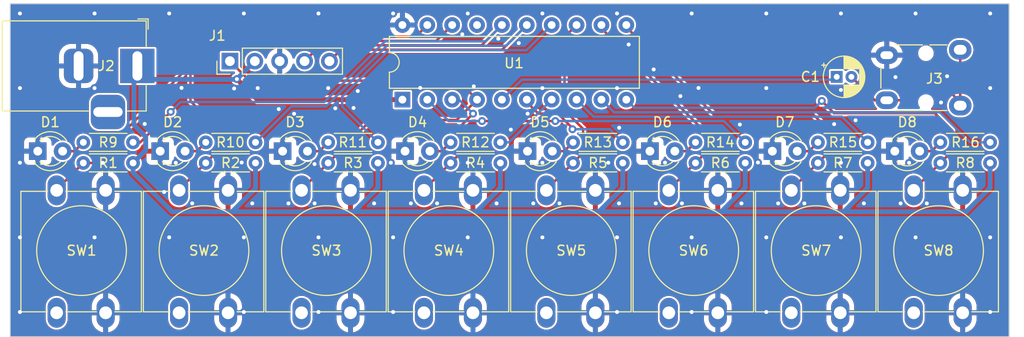
<source format=kicad_pcb>
(kicad_pcb (version 20221018) (generator pcbnew)
  (layers (0 "F.Cu" signal) (31 "B.Cu" signal) (34 "B.Paste" user) (35 "F.Paste" user) (36 "B.SilkS" user "B.Silkscreen") (37 "F.SilkS" user "F.Silkscreen") (38 "B.Mask" user) (39 "F.Mask" user) (44 "Edge.Cuts" user))
  (net 0 "")
  (net 1 "AUDIO_OUTPUT")
  (net 2 "Net-(C1-Pad2)")
  (net 3 "GND")
  (net 4 "Net-(D1-A)")
  (net 5 "Net-(D2-A)")
  (net 6 "Net-(D3-A)")
  (net 7 "Net-(D4-A)")
  (net 8 "Net-(D5-A)")
  (net 9 "Net-(D6-A)")
  (net 10 "Net-(D7-A)")
  (net 11 "Net-(D8-A)")
  (net 12 "+5V")
  (net 13 "KEY_E")
  (net 14 "/ICSPDAT")
  (net 15 "/ICSPCLK")
  (net 16 "KEY_C")
  (net 17 "KEY_D")
  (net 18 "KEY_F")
  (net 19 "KEY_G")
  (net 20 "KEY_A")
  (net 21 "KEY_B")
  (net 22 "KEY_C_H")
  (net 23 "Net-(U1-C2IN2-{slash}C1IN2-{slash}DACOUT1{slash}AN6{slash}RC2)")
  (net 24 "Net-(U1-CLKR{slash}C1IN3-{slash}C2IN3-{slash}DACOUT2{slash}AN7{slash}RC3)")
  (net 25 "Net-(U1-CWG1B{slash}C1OUT{slash}C2OUT{slash}RC4)")
  (net 26 "Net-(U1-~{SS}{slash}PWM2{slash}AN8{slash}RC6)")
  (net 27 "Net-(U1-SDO{slash}AN9{slash}RC7)")
  (net 29 "/LED6")
  (footprint "Resistor_THT:R_Axial_DIN0204_L3.6mm_D1.6mm_P5.08mm_Horizontal" (layer "F.Cu") (at 141.55 102.16 180)
    (fp_text reference "R13" (at 2.55 0) (layer "F.SilkS"))
    (fp_text value "R")
    (pad "1" thru_hole circle (at 0 0 180) (size 1.4 1.4) (drill 0.7) (layers "*.Cu" "*.Mask") (net 25 "Net-(U1-CWG1B{slash}C1OUT{slash}C2OUT{slash}RC4)"))
    (pad "2" thru_hole oval (at 5.08 0 180) (size 1.4 1.4) (drill 0.7) (layers "*.Cu" "*.Mask") (net 8 "Net-(D5-A)"))
  )
  (footprint "Resistor_THT:R_Axial_DIN0204_L3.6mm_D1.6mm_P5.08mm_Horizontal" (layer "F.Cu") (at 166.55 102.16 180)
    (fp_text reference "R15" (at 2.52 0) (layer "F.SilkS"))
    (fp_text value "R")
    (pad "1" thru_hole circle (at 0 0 180) (size 1.4 1.4) (drill 0.7) (layers "*.Cu" "*.Mask") (net 26 "Net-(U1-~{SS}{slash}PWM2{slash}AN8{slash}RC6)"))
    (pad "2" thru_hole oval (at 5.08 0 180) (size 1.4 1.4) (drill 0.7) (layers "*.Cu" "*.Mask") (net 10 "Net-(D7-A)"))
  )
  (footprint "Resistor_THT:R_Axial_DIN0204_L3.6mm_D1.6mm_P5.08mm_Horizontal" (layer "F.Cu") (at 91.55 102.16 180)
    (fp_text reference "R9" (at 2.54 0) (layer "F.SilkS"))
    (fp_text value "R")
    (pad "1" thru_hole circle (at 0 0 180) (size 1.4 1.4) (drill 0.7) (layers "*.Cu" "*.Mask") (net 14 "/ICSPDAT"))
    (pad "2" thru_hole oval (at 5.08 0 180) (size 1.4 1.4) (drill 0.7) (layers "*.Cu" "*.Mask") (net 4 "Net-(D1-A)"))
  )
  (footprint "Resistor_THT:R_Axial_DIN0204_L3.6mm_D1.6mm_P5.08mm_Horizontal" (layer "F.Cu") (at 129.05 102.16 180)
    (fp_text reference "R12" (at 2.55 0) (layer "F.SilkS"))
    (fp_text value "R")
    (pad "1" thru_hole circle (at 0 0 180) (size 1.4 1.4) (drill 0.7) (layers "*.Cu" "*.Mask") (net 24 "Net-(U1-CLKR{slash}C1IN3-{slash}C2IN3-{slash}DACOUT2{slash}AN7{slash}RC3)"))
    (pad "2" thru_hole oval (at 5.08 0 180) (size 1.4 1.4) (drill 0.7) (layers "*.Cu" "*.Mask") (net 7 "Net-(D4-A)"))
  )
  (footprint "Button_Switch_THT:SW_PUSH-12mm" (layer "F.Cu") (at 121.25 119.56 90)
    (fp_text reference "SW4" (at 6.35 2.54 180) (layer "F.SilkS"))
    (fp_text value "SW_SPST")
    (pad "1" thru_hole oval (at 0 0 90) (size 3.048 1.85) (drill 1.3) (layers "*.Cu" "*.Mask") (net 18 "KEY_F"))
    (pad "1" thru_hole oval (at 12.5 0 90) (size 3.048 1.85) (drill 1.3) (layers "*.Cu" "*.Mask") (net 18 "KEY_F"))
    (pad "2" thru_hole oval (at 0 5 90) (size 3.048 1.85) (drill 1.3) (layers "*.Cu" "*.Mask") (net 3 "GND"))
    (pad "2" thru_hole oval (at 12.5 5 90) (size 3.048 1.85) (drill 1.3) (layers "*.Cu" "*.Mask") (net 3 "GND"))
  )
  (footprint "Resistor_THT:R_Axial_DIN0204_L3.6mm_D1.6mm_P5.08mm_Horizontal" (layer "F.Cu") (at 129.05 104.26 180)
    (fp_text reference "R4" (at 2.54 0) (layer "F.SilkS"))
    (fp_text value "10k")
    (pad "1" thru_hole circle (at 0 0 180) (size 1.4 1.4) (drill 0.7) (layers "*.Cu" "*.Mask") (net 12 "+5V"))
    (pad "2" thru_hole oval (at 5.08 0 180) (size 1.4 1.4) (drill 0.7) (layers "*.Cu" "*.Mask") (net 18 "KEY_F"))
  )
  (footprint "Resistor_THT:R_Axial_DIN0204_L3.6mm_D1.6mm_P5.08mm_Horizontal" (layer "F.Cu") (at 179.05 104.26 180)
    (fp_text reference "R8" (at 2.54 0) (layer "F.SilkS"))
    (fp_text value "10k")
    (pad "1" thru_hole circle (at 0 0 180) (size 1.4 1.4) (drill 0.7) (layers "*.Cu" "*.Mask") (net 12 "+5V"))
    (pad "2" thru_hole oval (at 5.08 0 180) (size 1.4 1.4) (drill 0.7) (layers "*.Cu" "*.Mask") (net 22 "KEY_C_H"))
  )
  (footprint "Connector_BarrelJack:BarrelJack_Horizontal" (layer "F.Cu") (at 91.99 94.36)
    (fp_text reference "J2" (at -3.18 0) (layer "F.SilkS"))
    (fp_text value "Jack-DC")
    (pad "1" thru_hole rect (at 0 0) (size 3.5 3.5) (drill oval 1 3) (layers "*.Cu" "*.Mask") (net 12 "+5V"))
    (pad "2" thru_hole roundrect (at -6 0) (size 3 3.5) (drill oval 1 3) (layers "*.Cu" "*.Mask") (net 3 "GND"))
    (pad "3" thru_hole roundrect (at -3 4.7) (size 3.5 3.5) (drill oval 3 1) (layers "*.Cu" "*.Mask"))
  )
  (footprint "Resistor_THT:R_Axial_DIN0204_L3.6mm_D1.6mm_P5.08mm_Horizontal" (layer "F.Cu") (at 141.55 104.26 180)
    (fp_text reference "R5" (at 2.54 0) (layer "F.SilkS"))
    (fp_text value "10k")
    (pad "1" thru_hole circle (at 0 0 180) (size 1.4 1.4) (drill 0.7) (layers "*.Cu" "*.Mask") (net 12 "+5V"))
    (pad "2" thru_hole oval (at 5.08 0 180) (size 1.4 1.4) (drill 0.7) (layers "*.Cu" "*.Mask") (net 19 "KEY_G"))
  )
  (footprint "Resistor_THT:R_Axial_DIN0204_L3.6mm_D1.6mm_P5.08mm_Horizontal" (layer "F.Cu") (at 91.55 104.26 180)
    (fp_text reference "R1" (at 2.54 0) (layer "F.SilkS"))
    (fp_text value "10k")
    (pad "1" thru_hole circle (at 0 0 180) (size 1.4 1.4) (drill 0.7) (layers "*.Cu" "*.Mask") (net 12 "+5V"))
    (pad "2" thru_hole oval (at 5.08 0 180) (size 1.4 1.4) (drill 0.7) (layers "*.Cu" "*.Mask") (net 16 "KEY_C"))
  )
  (footprint "Button_Switch_THT:SW_PUSH-12mm" (layer "F.Cu") (at 146.25 119.56 90)
    (fp_text reference "SW6" (at 6.35 2.54 180) (layer "F.SilkS"))
    (fp_text value "SW_SPST")
    (pad "1" thru_hole oval (at 0 0 90) (size 3.048 1.85) (drill 1.3) (layers "*.Cu" "*.Mask") (net 20 "KEY_A"))
    (pad "1" thru_hole oval (at 12.5 0 90) (size 3.048 1.85) (drill 1.3) (layers "*.Cu" "*.Mask") (net 20 "KEY_A"))
    (pad "2" thru_hole oval (at 0 5 90) (size 3.048 1.85) (drill 1.3) (layers "*.Cu" "*.Mask") (net 3 "GND"))
    (pad "2" thru_hole oval (at 12.5 5 90) (size 3.048 1.85) (drill 1.3) (layers "*.Cu" "*.Mask") (net 3 "GND"))
  )
  (footprint "LED_THT:LED_D3.0mm" (layer "F.Cu") (at 94.32 103.06)
    (fp_text reference "D2" (at 1.27 -2.96) (layer "F.SilkS"))
    (fp_text value "LED")
    (pad "1" thru_hole rect (at 0 0) (size 1.8 1.8) (drill 0.9) (layers "*.Cu" "*.Mask") (net 3 "GND"))
    (pad "2" thru_hole circle (at 2.54 0) (size 1.8 1.8) (drill 0.9) (layers "*.Cu" "*.Mask") (net 5 "Net-(D2-A)"))
  )
  (footprint "LED_THT:LED_D3.0mm" (layer "F.Cu") (at 131.82 103.06)
    (fp_text reference "D5" (at 1.27 -2.96) (layer "F.SilkS"))
    (fp_text value "LED")
    (pad "1" thru_hole rect (at 0 0) (size 1.8 1.8) (drill 0.9) (layers "*.Cu" "*.Mask") (net 3 "GND"))
    (pad "2" thru_hole circle (at 2.54 0) (size 1.8 1.8) (drill 0.9) (layers "*.Cu" "*.Mask") (net 8 "Net-(D5-A)"))
  )
  (footprint "LED_THT:LED_D3.0mm" (layer "F.Cu") (at 106.82 103.06)
    (fp_text reference "D3" (at 1.27 -2.96) (layer "F.SilkS"))
    (fp_text value "LED")
    (pad "1" thru_hole rect (at 0 0) (size 1.8 1.8) (drill 0.9) (layers "*.Cu" "*.Mask") (net 3 "GND"))
    (pad "2" thru_hole circle (at 2.54 0) (size 1.8 1.8) (drill 0.9) (layers "*.Cu" "*.Mask") (net 6 "Net-(D3-A)"))
  )
  (footprint "Resistor_THT:R_Axial_DIN0204_L3.6mm_D1.6mm_P5.08mm_Horizontal" (layer "F.Cu") (at 104.05 104.26 180)
    (fp_text reference "R2" (at 2.54 0) (layer "F.SilkS"))
    (fp_text value "10k")
    (pad "1" thru_hole circle (at 0 0 180) (size 1.4 1.4) (drill 0.7) (layers "*.Cu" "*.Mask") (net 12 "+5V"))
    (pad "2" thru_hole oval (at 5.08 0 180) (size 1.4 1.4) (drill 0.7) (layers "*.Cu" "*.Mask") (net 17 "KEY_D"))
  )
  (footprint "LED_THT:LED_D3.0mm" (layer "F.Cu") (at 169.32 103.06)
    (fp_text reference "D8" (at 1.27 -2.96) (layer "F.SilkS"))
    (fp_text value "LED")
    (pad "1" thru_hole rect (at 0 0) (size 1.8 1.8) (drill 0.9) (layers "*.Cu" "*.Mask") (net 3 "GND"))
    (pad "2" thru_hole circle (at 2.54 0) (size 1.8 1.8) (drill 0.9) (layers "*.Cu" "*.Mask") (net 11 "Net-(D8-A)"))
  )
  (footprint "Capacitor_THT:CP_Radial_D4.0mm_P1.50mm" (layer "F.Cu") (at 163.39 95.47)
    (fp_text reference "C1" (at -2.69 0 180) (layer "F.SilkS"))
    (fp_text value "10u")
    (pad "1" thru_hole rect (at 0 0) (size 1.2 1.2) (drill 0.6) (layers "*.Cu" "*.Mask") (net 1 "AUDIO_OUTPUT"))
    (pad "2" thru_hole circle (at 1.5 0) (size 1.2 1.2) (drill 0.6) (layers "*.Cu" "*.Mask") (net 2 "Net-(C1-Pad2)"))
  )
  (footprint "Connector_Audio:Jack_3.5mm_Lumberg_1503_07_Horizontal" (layer "F.Cu") (at 176 92.71 -90)
    (fp_text reference "J3" (at 2.95 2.64 unlocked) (layer "F.SilkS"))
    (fp_text value "AudioJack3")
    (pad "" np_thru_hole circle (at 0.35 3.5 270) (size 1.1 1.1) (drill 1.1) (layers "F&B.Cu" "*.Mask"))
    (pad "" np_thru_hole circle (at 5.35 3.5 270) (size 1.1 1.1) (drill 1.1) (layers "F&B.Cu" "*.Mask"))
    (pad "R" thru_hole oval (at 5.15 7.5 270) (size 1.8 2.3) (drill oval 0.8 1.3) (layers "*.Cu" "*.Mask") (net 2 "Net-(C1-Pad2)"))
    (pad "S" thru_hole oval (at 0.55 7.5 270) (size 1.8 2.3) (drill oval 0.8 1.3) (layers "*.Cu" "*.Mask") (net 3 "GND"))
    (pad "T" thru_hole oval (at 0 0 270) (size 2 2.3) (drill oval 1 1.3) (layers "*.Cu" "*.Mask") (net 2 "Net-(C1-Pad2)"))
    (pad "T" thru_hole oval (at 5.7 0 270) (size 2 2.3) (drill oval 1 1.3) (layers "*.Cu" "*.Mask") (net 2 "Net-(C1-Pad2)"))
  )
  (footprint "LED_THT:LED_D3.0mm" (layer "F.Cu") (at 119.32 103.06)
    (fp_text reference "D4" (at 1.27 -2.96) (layer "F.SilkS"))
    (fp_text value "LED")
    (pad "1" thru_hole rect (at 0 0) (size 1.8 1.8) (drill 0.9) (layers "*.Cu" "*.Mask") (net 3 "GND"))
    (pad "2" thru_hole circle (at 2.54 0) (size 1.8 1.8) (drill 0.9) (layers "*.Cu" "*.Mask") (net 7 "Net-(D4-A)"))
  )
  (footprint "Button_Switch_THT:SW_PUSH-12mm" (layer "F.Cu") (at 108.75 119.56 90)
    (fp_text reference "SW3" (at 6.35 2.54 180) (layer "F.SilkS"))
    (fp_text value "SW_SPST")
    (pad "1" thru_hole oval (at 0 0 90) (size 3.048 1.85) (drill 1.3) (layers "*.Cu" "*.Mask") (net 13 "KEY_E"))
    (pad "1" thru_hole oval (at 12.5 0 90) (size 3.048 1.85) (drill 1.3) (layers "*.Cu" "*.Mask") (net 13 "KEY_E"))
    (pad "2" thru_hole oval (at 0 5 90) (size 3.048 1.85) (drill 1.3) (layers "*.Cu" "*.Mask") (net 3 "GND"))
    (pad "2" thru_hole oval (at 12.5 5 90) (size 3.048 1.85) (drill 1.3) (layers "*.Cu" "*.Mask") (net 3 "GND"))
  )
  (footprint "Connector_PinHeader_2.54mm:PinHeader_1x05_P2.54mm_Vertical" (layer "F.Cu") (at 101.44 93.87 90)
    (fp_text reference "J1" (at 2.6 -1.29) (layer "F.SilkS"))
    (fp_text value "Conn_01x05_Pin")
    (pad "1" thru_hole rect (at 0 0 90) (size 1.7 1.7) (drill 1) (layers "*.Cu" "*.Mask") (net 13 "KEY_E"))
    (pad "2" thru_hole oval (at 0 2.54 90) (size 1.7 1.7) (drill 1) (layers "*.Cu" "*.Mask") (net 12 "+5V"))
    (pad "3" thru_hole oval (at 0 5.08 90) (size 1.7 1.7) (drill 1) (layers "*.Cu" "*.Mask") (net 3 "GND"))
    (pad "4" thru_hole oval (at 0 7.62 90) (size 1.7 1.7) (drill 1) (layers "*.Cu" "*.Mask") (net 14 "/ICSPDAT"))
    (pad "5" thru_hole oval (at 0 10.16 90) (size 1.7 1.7) (drill 1) (layers "*.Cu" "*.Mask") (net 15 "/ICSPCLK"))
  )
  (footprint "LED_THT:LED_D3.0mm" (layer "F.Cu") (at 156.82 103.06)
    (fp_text reference "D7" (at 1.27 -2.96) (layer "F.SilkS"))
    (fp_text value "LED")
    (pad "1" thru_hole rect (at 0 0) (size 1.8 1.8) (drill 0.9) (layers "*.Cu" "*.Mask") (net 3 "GND"))
    (pad "2" thru_hole circle (at 2.54 0) (size 1.8 1.8) (drill 0.9) (layers "*.Cu" "*.Mask") (net 10 "Net-(D7-A)"))
  )
  (footprint "Resistor_THT:R_Axial_DIN0204_L3.6mm_D1.6mm_P5.08mm_Horizontal" (layer "F.Cu") (at 116.55 104.26 180)
    (fp_text reference "R3" (at 2.54 0) (layer "F.SilkS"))
    (fp_text value "10k")
    (pad "1" thru_hole circle (at 0 0 180) (size 1.4 1.4) (drill 0.7) (layers "*.Cu" "*.Mask") (net 12 "+5V"))
    (pad "2" thru_hole oval (at 5.08 0 180) (size 1.4 1.4) (drill 0.7) (layers "*.Cu" "*.Mask") (net 13 "KEY_E"))
  )
  (footprint "Resistor_THT:R_Axial_DIN0204_L3.6mm_D1.6mm_P5.08mm_Horizontal" (layer "F.Cu") (at 179.05 102.16 180)
    (fp_text reference "R16" (at 2.51 0) (layer "F.SilkS"))
    (fp_text value "R")
    (pad "1" thru_hole circle (at 0 0 180) (size 1.4 1.4) (drill 0.7) (layers "*.Cu" "*.Mask") (net 27 "Net-(U1-SDO{slash}AN9{slash}RC7)"))
    (pad "2" thru_hole oval (at 5.08 0 180) (size 1.4 1.4) (drill 0.7) (layers "*.Cu" "*.Mask") (net 11 "Net-(D8-A)"))
  )
  (footprint "Resistor_THT:R_Axial_DIN0204_L3.6mm_D1.6mm_P5.08mm_Horizontal" (layer "F.Cu") (at 116.55 102.16 180)
    (fp_text reference "R11" (at 2.57 0) (layer "F.SilkS"))
    (fp_text value "R")
    (pad "1" thru_hole circle (at 0 0 180) (size 1.4 1.4) (drill 0.7) (layers "*.Cu" "*.Mask") (net 23 "Net-(U1-C2IN2-{slash}C1IN2-{slash}DACOUT1{slash}AN6{slash}RC2)"))
    (pad "2" thru_hole oval (at 5.08 0 180) (size 1.4 1.4) (drill 0.7) (layers "*.Cu" "*.Mask") (net 6 "Net-(D3-A)"))
  )
  (footprint "Resistor_THT:R_Axial_DIN0204_L3.6mm_D1.6mm_P5.08mm_Horizontal" (layer "F.Cu") (at 154.05 104.26 180)
    (fp_text reference "R6" (at 2.54 0) (layer "F.SilkS"))
    (fp_text value "10k")
    (pad "1" thru_hole circle (at 0 0 180) (size 1.4 1.4) (drill 0.7) (layers "*.Cu" "*.Mask") (net 12 "+5V"))
    (pad "2" thru_hole oval (at 5.08 0 180) (size 1.4 1.4) (drill 0.7) (layers "*.Cu" "*.Mask") (net 20 "KEY_A"))
  )
  (footprint "Button_Switch_THT:SW_PUSH-12mm" (layer "F.Cu") (at 171.25 119.56 90)
    (fp_text reference "SW8" (at 6.35 2.54 180) (layer "F.SilkS"))
    (fp_text value "SW_SPST")
    (pad "1" thru_hole oval (at 0 0 90) (size 3.048 1.85) (drill 1.3) (layers "*.Cu" "*.Mask") (net 22 "KEY_C_H"))
    (pad "1" thru_hole oval (at 12.5 0 90) (size 3.048 1.85) (drill 1.3) (layers "*.Cu" "*.Mask") (net 22 "KEY_C_H"))
    (pad "2" thru_hole oval (at 0 5 90) (size 3.048 1.85) (drill 1.3) (layers "*.Cu" "*.Mask") (net 3 "GND"))
    (pad "2" thru_hole oval (at 12.5 5 90) (size 3.048 1.85) (drill 1.3) (layers "*.Cu" "*.Mask") (net 3 "GND"))
  )
  (footprint "Resistor_THT:R_Axial_DIN0204_L3.6mm_D1.6mm_P5.08mm_Horizontal" (layer "F.Cu") (at 154.05 102.16 180)
    (fp_text reference "R14" (at 2.55 0) (layer "F.SilkS"))
    (fp_text value "R")
    (pad "1" thru_hole circle (at 0 0 180) (size 1.4 1.4) (drill 0.7) (layers "*.Cu" "*.Mask") (net 29 "/LED6"))
    (pad "2" thru_hole oval (at 5.08 0 180) (size 1.4 1.4) (drill 0.7) (layers "*.Cu" "*.Mask") (net 9 "Net-(D6-A)"))
  )
  (footprint "Button_Switch_THT:SW_PUSH-12mm" (layer "F.Cu") (at 158.75 119.56 90)
    (fp_text reference "SW7" (at 6.35 2.54 180) (layer "F.SilkS"))
    (fp_text value "SW_SPST")
    (pad "1" thru_hole oval (at 0 0 90) (size 3.048 1.85) (drill 1.3) (layers "*.Cu" "*.Mask") (net 21 "KEY_B"))
    (pad "1" thru_hole oval (at 12.5 0 90) (size 3.048 1.85) (drill 1.3) (layers "*.Cu" "*.Mask") (net 21 "KEY_B"))
    (pad "2" thru_hole oval (at 0 5 90) (size 3.048 1.85) (drill 1.3) (layers "*.Cu" "*.Mask") (net 3 "GND"))
    (pad "2" thru_hole oval (at 12.5 5 90) (size 3.048 1.85) (drill 1.3) (layers "*.Cu" "*.Mask") (net 3 "GND"))
  )
  (footprint "Resistor_THT:R_Axial_DIN0204_L3.6mm_D1.6mm_P5.08mm_Horizontal" (layer "F.Cu") (at 104.05 102.16 180)
    (fp_text reference "R10" (at 2.56 0) (layer "F.SilkS"))
    (fp_text value "R")
    (pad "1" thru_hole circle (at 0 0 180) (size 1.4 1.4) (drill 0.7) (layers "*.Cu" "*.Mask") (net 15 "/ICSPCLK"))
    (pad "2" thru_hole oval (at 5.08 0 180) (size 1.4 1.4) (drill 0.7) (layers "*.Cu" "*.Mask") (net 5 "Net-(D2-A)"))
  )
  (footprint "LED_THT:LED_D3.0mm" (layer "F.Cu") (at 144.32 103.06)
    (fp_text reference "D6" (at 1.27 -2.96) (layer "F.SilkS"))
    (fp_text value "LED")
    (pad "1" thru_hole rect (at 0 0) (size 1.8 1.8) (drill 0.9) (layers "*.Cu" "*.Mask") (net 3 "GND"))
    (pad "2" thru_hole circle (at 2.54 0) (size 1.8 1.8) (drill 0.9) (layers "*.Cu" "*.Mask") (net 9 "Net-(D6-A)"))
  )
  (footprint "Package_DIP:DIP-20_W7.62mm" (layer "F.Cu") (at 119.05 97.8 90)
    (fp_text reference "U1" (at 3.72 11.4 180) (layer "F.SilkS"))
    (fp_text value "PIC16F1459-IP")
    (pad "1" thru_hole rect (at 0 0 90) (size 1.6 1.6) (drill 0.8) (layers "*.Cu" "*.Mask") (net 12 "+5V"))
    (pad "2" thru_hole oval (at 0 2.54 90) (size 1.6 1.6) (drill 0.8) (layers "*.Cu" "*.Mask") (net 29 "/LED6"))
    (pad "3" thru_hole oval (at 0 5.08 90) (size 1.6 1.6) (drill 0.8) (layers "*.Cu" "*.Mask") (net 18 "KEY_F"))
    (pad "4" thru_hole oval (at 0 7.62 90) (size 1.6 1.6) (drill 0.8) (layers "*.Cu" "*.Mask") (net 13 "KEY_E"))
    (pad "5" thru_hole oval (at 0 10.16 90) (size 1.6 1.6) (drill 0.8) (layers "*.Cu" "*.Mask") (net 1 "AUDIO_OUTPUT"))
    (pad "6" thru_hole oval (at 0 12.7 90) (size 1.6 1.6) (drill 0.8) (layers "*.Cu" "*.Mask") (net 25 "Net-(U1-CWG1B{slash}C1OUT{slash}C2OUT{slash}RC4)"))
    (pad "7" thru_hole oval (at 0 15.24 90) (size 1.6 1.6) (drill 0.8) (layers "*.Cu" "*.Mask") (net 24 "Net-(U1-CLKR{slash}C1IN3-{slash}C2IN3-{slash}DACOUT2{slash}AN7{slash}RC3)"))
    (pad "8" thru_hole oval (at 0 17.78 90) (size 1.6 1.6) (drill 0.8) (layers "*.Cu" "*.Mask") (net 26 "Net-(U1-~{SS}{slash}PWM2{slash}AN8{slash}RC6)"))
    (pad "9" thru_hole oval (at 0 20.32 90) (size 1.6 1.6) (drill 0.8) (layers "*.Cu" "*.Mask") (net 27 "Net-(U1-SDO{slash}AN9{slash}RC7)"))
    (pad "10" thru_hole oval (at 0 22.86 90) (size 1.6 1.6) (drill 0.8) (layers "*.Cu" "*.Mask") (net 22 "KEY_C_H"))
    (pad "11" thru_hole oval (at 7.62 22.86 90) (size 1.6 1.6) (drill 0.8) (layers "*.Cu" "*.Mask") (net 21 "KEY_B"))
    (pad "12" thru_hole oval (at 7.62 20.32 90) (size 1.6 1.6) (drill 0.8) (layers "*.Cu" "*.Mask") (net 20 "KEY_A"))
    (pad "13" thru_hole oval (at 7.62 17.78 90) (size 1.6 1.6) (drill 0.8) (layers "*.Cu" "*.Mask") (net 19 "KEY_G"))
    (pad "14" thru_hole oval (at 7.62 15.24 90) (size 1.6 1.6) (drill 0.8) (layers "*.Cu" "*.Mask") (net 23 "Net-(U1-C2IN2-{slash}C1IN2-{slash}DACOUT1{slash}AN6{slash}RC2)"))
    (pad "15" thru_hole oval (at 7.62 12.7 90) (size 1.6 1.6) (drill 0.8) (layers "*.Cu" "*.Mask") (net 15 "/ICSPCLK"))
    (pad "16" thru_hole oval (at 7.62 10.16 90) (size 1.6 1.6) (drill 0.8) (layers "*.Cu" "*.Mask") (net 14 "/ICSPDAT"))
    (pad "17" thru_hole oval (at 7.62 7.62 90) (size 1.6 1.6) (drill 0.8) (layers "*.Cu" "*.Mask"))
    (pad "18" thru_hole oval (at 7.62 5.08 90) (size 1.6 1.6) (drill 0.8) (layers "*.Cu" "*.Mask") (net 17 "KEY_D"))
    (pad "19" thru_hole oval (at 7.62 2.54 90) (size 1.6 1.6) (drill 0.8) (layers "*.Cu" "*.Mask") (net 16 "KEY_C"))
    (pad "20" thru_hole oval (at 7.62 0 90) (size 1.6 1.6) (drill 0.8) (layers "*.Cu" "*.Mask") (net 3 "GND"))
  )
  (footprint "Button_Switch_THT:SW_PUSH-12mm" (layer "F.Cu") (at 133.75 119.56 90)
    (fp_text reference "SW5" (at 6.35 2.54 180) (layer "F.SilkS"))
    (fp_text value "SW_SPST")
    (pad "1" thru_hole oval (at 0 0 90) (size 3.048 1.85) (drill 1.3) (layers "*.Cu" "*.Mask") (net 19 "KEY_G"))
    (pad "1" thru_hole oval (at 12.5 0 90) (size 3.048 1.85) (drill 1.3) (layers "*.Cu" "*.Mask") (net 19 "KEY_G"))
    (pad "2" thru_hole oval (at 0 5 90) (size 3.048 1.85) (drill 1.3) (layers "*.Cu" "*.Mask") (net 3 "GND"))
    (pad "2" thru_hole oval (at 12.5 5 90) (size 3.048 1.85) (drill 1.3) (layers "*.Cu" "*.Mask") (net 3 "GND"))
  )
  (footprint "LED_THT:LED_D3.0mm" (layer "F.Cu") (at 81.82 103.06)
    (fp_text reference "D1" (at 1.27 -2.96) (layer "F.SilkS"))
    (fp_text value "LED")
    (pad "1" thru_hole rect (at 0 0) (size 1.8 1.8) (drill 0.9) (layers "*.Cu" "*.Mask") (net 3 "GND"))
    (pad "2" thru_hole circle (at 2.54 0) (size 1.8 1.8) (drill 0.9) (layers "*.Cu" "*.Mask") (net 4 "Net-(D1-A)"))
  )
  (footprint "Button_Switch_THT:SW_PUSH-12mm" (layer "F.Cu") (at 83.75 119.56 90)
    (fp_text reference "SW1" (at 6.35 2.54 180) (layer "F.SilkS"))
    (fp_text value "SW_SPST")
    (pad "1" thru_hole oval (at 0 0 90) (size 3.048 1.85) (drill 1.3) (layers "*.Cu" "*.Mask") (net 16 "KEY_C"))
    (pad "1" thru_hole oval (at 12.5 0 90) (size 3.048 1.85) (drill 1.3) (layers "*.Cu" "*.Mask") (net 16 "KEY_C"))
    (pad "2" thru_hole oval (at 0 5 90) (size 3.048 1.85) (drill 1.3) (layers "*.Cu" "*.Mask") (net 3 "GND"))
    (pad "2" thru_hole oval (at 12.5 5 90) (size 3.048 1.85) (drill 1.3) (layers "*.Cu" "*.Mask") (net 3 "GND"))
  )
  (footprint "Resistor_THT:R_Axial_DIN0204_L3.6mm_D1.6mm_P5.08mm_Horizontal" (layer "F.Cu") (at 166.55 104.26 180)
    (fp_text reference "R7" (at 2.54 0) (layer "F.SilkS"))
    (fp_text value "10k")
    (pad "1" thru_hole circle (at 0 0 180) (size 1.4 1.4) (drill 0.7) (layers "*.Cu" "*.Mask") (net 12 "+5V"))
    (pad "2" thru_hole oval (at 5.08 0 180) (size 1.4 1.4) (drill 0.7) (layers "*.Cu" "*.Mask") (net 21 "KEY_B"))
  )
  (footprint "Button_Switch_THT:SW_PUSH-12mm" (layer "F.Cu") (at 96.25 119.56 90)
    (fp_text reference "SW2" (at 6.35 2.54 180) (layer "F.SilkS"))
    (fp_text value "SW_SPST")
    (pad "1" thru_hole oval (at 0 0 90) (size 3.048 1.85) (drill 1.3) (layers "*.Cu" "*.Mask") (net 17 "KEY_D"))
    (pad "1" thru_hole oval (at 12.5 0 90) (size 3.048 1.85) (drill 1.3) (layers "*.Cu" "*.Mask") (net 17 "KEY_D"))
    (pad "2" thru_hole oval (at 0 5 90) (size 3.048 1.85) (drill 1.3) (layers "*.Cu" "*.Mask") (net 3 "GND"))
    (pad "2" thru_hole oval (at 12.5 5 90) (size 3.048 1.85) (drill 1.3) (layers "*.Cu" "*.Mask") (net 3 "GND"))
  )
  (gr_rect (start 79 88) (end 181 122) (stroke (width 0.1)) (fill none) (layer "Edge.Cuts"))
  (segment (start 129.21 97.8) (end 131.25 95.76) (width 0.25) (layer "B.Cu") (net 1))
  (segment (start 131.25 95.76) (end 163.1 95.76) (width 0.25) (layer "B.Cu") (net 1))
  (segment (start 163.1 95.76) (end 163.39 95.47) (width 0.25) (layer "B.Cu") (net 1))
  (segment (start 164.89 95.47) (end 167.28 97.86) (width 0.25) (layer "F.Cu") (net 2))
  (segment (start 170.77 97.86) (end 171.54 97.09) (width 0.25) (layer "F.Cu") (net 2))
  (segment (start 176 98.41) (end 176 92.71) (width 0.25) (layer "F.Cu") (net 2))
  (segment (start 176 98.054695) (end 176 98.41) (width 0.25) (layer "F.Cu") (net 2))
  (segment (start 175.035305 97.09) (end 176 98.054695) (width 0.25) (layer "F.Cu") (net 2))
  (segment (start 171.54 97.09) (end 175.035305 97.09) (width 0.25) (layer "F.Cu") (net 2))
  (segment (start 167.28 97.86) (end 168.5 97.86) (width 0.25) (layer "F.Cu") (net 2))
  (segment (start 168.5 97.86) (end 170.77 97.86) (width 0.25) (layer "F.Cu") (net 2))
  (via (at 145.86 104.23) (size 0.8) (drill 0.4) (layers "F.Cu" "B.Cu") (net 3))
  (via (at 169.39 95.5) (size 0.8) (drill 0.4) (layers "F.Cu" "B.Cu") (net 3))
  (via (at 148.58 89) (size 0.8) (drill 0.4) (layers "F.Cu" "B.Cu") (net 3))
  (via (at 102.64 104.22) (size 0.8) (drill 0.4) (layers "F.Cu" "B.Cu") (net 3))
  (via (at 114.063467 98.6495) (size 0.8) (drill 0.4) (layers "F.Cu" "B.Cu") (net 3))
  (via (at 97.587389 108.390774) (size 0.8) (drill 0.4) (layers "F.Cu" "B.Cu") (net 3))
  (via (at 110.48 111.86) (size 0.8) (drill 0.4) (layers "F.Cu" "B.Cu") (net 3))
  (via (at 140.96 111.86) (size 0.8) (drill 0.4) (layers "F.Cu" "B.Cu") (net 3))
  (via (at 118.1 119.48) (size 0.8) (drill 0.4) (layers "F.Cu" "B.Cu") (net 3))
  (via (at 160.087016 108.3905) (size 0.8) (drill 0.4) (layers "F.Cu" "B.Cu") (net 3))
  (via (at 128.838607 91.575992) (size 0.8) (drill 0.4) (layers "F.Cu" "B.Cu") (net 3))
  (via (at 104.275417 96.624042) (size 0.8) (drill 0.4) (layers "F.Cu" "B.Cu") (net 3))
  (via (at 106.421323 98.764078) (size 0.8) (drill 0.4) (layers "F.Cu" "B.Cu") (net 3))
  (via (at 155.348838 104.218437) (size 0.8) (drill 0.4) (layers "F.Cu" "B.Cu") (net 3))
  (via (at 87.62 111.86) (size 0.8) (drill 0.4) (layers "F.Cu" "B.Cu") (net 3))
  (via (at 107.990049 99.244549) (size 0.8) (drill 0.4) (layers "F.Cu" "B.Cu") (net 3))
  (via (at 80 89) (size 0.8) (drill 0.4) (layers "F.Cu" "B.Cu") (net 3))
  (via (at 102.86 119.48) (size 0.8) (drill 0.4) (layers "F.Cu" "B.Cu") (net 3))
  (via (at 156.2 96.62) (size 0.8) (drill 0.4) (layers "F.Cu" "B.Cu") (net 3))
  (via (at 179.06 119.48) (size 0.8) (drill 0.4) (layers "F.Cu" "B.Cu") (net 3))
  (via (at 110.48 119.48) (size 0.8) (drill 0.4) (layers "F.Cu" "B.Cu") (net 3))
  (via (at 125.72 104.24) (size 0.8) (drill 0.4) (layers "F.Cu" "B.Cu") (net 3))
  (via (at 140.07 104.24) (size 0.8) (drill 0.4) (layers "F.Cu" "B.Cu") (net 3))
  (via (at 156.2 111.86) (size 0.8) (drill 0.4) (layers "F.Cu" "B.Cu") (net 3))
  (via (at 148.58 111.86) (size 0.8) (drill 0.4) (layers "F.Cu" "B.Cu") (net 3))
  (via (at 163.82 111.86) (size 0.8) (drill 0.4) (layers "F.Cu" "B.Cu") (net 3))
  (via (at 87.62 96.62) (size 0.8) (drill 0.4) (layers "F.Cu" "B.Cu") (net 3))
  (via (at 95.24 89) (size 0.8) (drill 0.4) (layers "F.Cu" "B.Cu") (net 3))
  (via (at 171.44 89) (size 0.8) (drill 0.4) (layers "F.Cu" "B.Cu") (net 3))
  (via (at 96.5 96.6) (size 0.8) (drill 0.4) (layers "F.Cu" "B.Cu") (net 3))
  (via (at 140.96 119.48) (size 0.8) (drill 0.4) (layers "F.Cu" "B.Cu") (net 3))
  (via (at 174.66 95.41) (size 0.8) (drill 0.4) (layers "F.Cu" "B.Cu") (net 3))
  (via (at 156.2 119.48) (size 0.8) (drill 0.4) (layers "F.Cu" "B.Cu") (net 3))
  (via (at 117.87 104.24) (size 0.8) (drill 0.4) (layers "F.Cu" "B.Cu") (net 3))
  (via (at 80 119.48) (size 0.8) (drill 0.4) (layers "F.Cu" "B.Cu") (net 3))
  (via (at 156.2 89) (size 0.8) (drill 0.4) (layers "F.Cu" "B.Cu") (net 3))
  (via (at 153.663975 108.390945) (size 0.8) (drill 0.4) (layers "F.Cu" "B.Cu") (net 3))
  (via (at 149.28 96.61) (size 0.8) (drill 0.4) (layers "F.Cu" "B.Cu") (net 3))
  (via (at 95.24 111.86) (size 0.8) (drill 0.4) (layers "F.Cu" "B.Cu") (net 3))
  (via (at 102.86 111.86) (size 0.8) (drill 0.4) (layers "F.Cu" "B.Cu") (net 3))
  (via (at 111.471605 96.6191) (size 0.8) (drill 0.4) (layers "F.Cu" "B.Cu") (net 3))
  (via (at 103.720483 108.390892) (size 0.8) (drill 0.4) (layers "F.Cu" "B.Cu") (net 3))
  (via (at 170.78 104.25) (size 0.8) (drill 0.4) (layers "F.Cu" "B.Cu") (net 3))
  (via (at 148.58 119.48) (size 0.8) (drill 0.4) (layers "F.Cu" "B.Cu") (net 3))
  (via (at 157.412919 108.3905) (size 0.8) (drill 0.4) (layers "F.Cu" "B.Cu") (net 3))
  (via (at 130.12 100.86) (size 0.8) (drill 0.4) (layers "F.Cu" "B.Cu") (net 3))
  (via (at 133.34 89) (size 0.8) (drill 0.4) (layers "F.Cu" "B.Cu") (net 3))
  (via (at 171.44 111.86) (size 0.8) (drill 0.4) (layers "F.Cu" "B.Cu") (net 3))
  (via (at 130.928486 92.0255) (size 0.8) (drill 0.4) (layers "F.Cu" "B.Cu") (net 3))
  (via (at 163.82 104.24) (size 0.8) (drill 0.4) (layers "F.Cu" "B.Cu") (net 3))
  (via (at 174.04 98.09) (size 0.8) (drill 0.4) (layers "F.Cu" "B.Cu") (net 3))
  (via (at 140.96 96.62) (size 0.8) (drill 0.4) (layers "F.Cu" "B.Cu") (net 3))
  (via (at 133.34 111.86) (size 0.8) (drill 0.4) (layers "F.Cu" "B.Cu") (net 3))
  (via (at 118.1 111.86) (size 0.8) (drill 0.4) (layers "F.Cu" "B.Cu") (net 3))
  (via (at 135.087314 108.390911) (size 0.8) (drill 0.4) (layers "F.Cu" "B.Cu") (net 3))
  (via (at 128.66378 108.3905) (size 0.8) (drill 0.4) (layers "F.Cu" "B.Cu") (net 3))
  (via (at 131.832451 99.232951) (size 0.8) (drill 0.4) (layers "F.Cu" "B.Cu") (net 3))
  (via (at 80 111.86) (size 0.8) (drill 0.4) (layers "F.Cu" "B.Cu") (net 3))
  (via (at 144.912741 108.3905) (size 0.8) (drill 0.4) (layers "F.Cu" "B.Cu") (net 3))
  (via (at 126.336818 96.440737) (size 0.8) (drill 0.4) (layers "F.Cu" "B.Cu") (net 3))
  (via (at 163.82 96.81) (size 0.8) (drill 0.4) (layers "F.Cu" "B.Cu") (net 3))
  (via (at 141.18 100.67) (size 0.8) (drill 0.4) (layers "F.Cu" "B.Cu") (net 3))
  (via (at 179.06 89) (size 0.8) (drill 0.4) (layers "F.Cu" "B.Cu") (net 3))
  (via (at 120.87154 96.598991) (size 0.8) (drill 0.4) (layers "F.Cu" "B.Cu") (net 3))
  (via (at 153.5 100.34) (size 0.8) (drill 0.4) (layers "F.Cu" "B.Cu") (net 3))
  (via (at 101.870864 96.659733) (size 0.8) (drill 0.4) (layers "F.Cu" "B.Cu") (net 3))
  (via (at 80 96.62) (size 0.8) (drill 0.4) (layers "F.Cu" "B.Cu") (net 3))
  (via (at 107.41301 108.3905) (size 0.8) (drill 0.4) (layers "F.Cu" "B.Cu") (net 3))
  (via (at 92.74 100.28) (size 0.8) (drill 0.4) (layers "F.Cu" "B.Cu") (net 3))
  (via (at 118.1 89) (size 0.8) (drill 0.4) (layers "F.Cu" "B.Cu") (net 3))
  (via (at 132.412711 108.390957) (size 0.8) (drill 0.4) (layers "F.Cu" "B.Cu") (net 3))
  (via (at 116.163907 108.3905) (size 0.8) (drill 0.4) (layers "F.Cu" "B.Cu") (net 3))
  (via (at 141.163968 108.390951) (size 0.8) (drill 0.4) (layers "F.Cu" "B.Cu") (net 3))
  (via (at 165.318726 99.904127) (size 0.8) (drill 0.4) (layers "F.Cu" "B.Cu") (net 3))
  (via (at 144.702701 94.717299) (size 0.8) (drill 0.4) (layers "F.Cu" "B.Cu") (net 3))
  (via (at 119.912626 108.390802) (size 0.8) (drill 0.4) (layers "F.Cu" "B.Cu") (net 3))
  (via (at 94.7255 107.224621) (size 0.8) (drill 0.4) (layers "F.Cu" "B.Cu") (net 3))
  (via (at 133.34 96.62) (size 0.8) (drill 0.4) (layers "F.Cu" "B.Cu") (net 3))
  (via (at 163.82 89) (size 0.8) (drill 0.4) (layers "F.Cu" "B.Cu") (net 3))
  (via (at 125.161374 91.125979) (size 0.8) (drill 0.4) (layers "F.Cu" "B.Cu") (net 3))
  (via (at 147.587267 108.390996) (size 0.8) (drill 0.4) (layers "F.Cu" "B.Cu") (net 3))
  (via (at 166.163927 108.390993) (size 0.8) (drill 0.4) (layers "F.Cu" "B.Cu") (net 3))
  (via (at 125.72 111.86) (size 0.8) (drill 0.4) (layers "F.Cu" "B.Cu") (net 3))
  (via (at 147.4277 97.4423) (size 0.8) (drill 0.4) (layers "F.Cu" "B.Cu") (net 3))
  (via (at 87.62 89) (size 0.8) (drill 0.4) (layers "F.Cu" "B.Cu") (net 3))
  (via (at 110.087374 108.3908) (size 0.8) (drill 0.4) (layers "F.Cu" "B.Cu") (net 3))
  (via (at 102.86 89) (size 0.8) (drill 0.4) (layers "F.Cu" "B.Cu") (net 3))
  (via (at 122.587314 108.390912) (size 0.8) (drill 0.4) (layers "F.Cu" "B.Cu") (net 3))
  (via (at 110.080233 104.375208) (size 0.8) (drill 0.4) (layers "F.Cu" "B.Cu") (net 3))
  (via (at 179.06 111.86) (size 0.8) (drill 0.4) (layers "F.Cu" "B.Cu") (net 3))
  (via (at 169.912621 108.390792) (size 0.8) (drill 0.4) (layers "F.Cu" "B.Cu") (net 3))
  (via (at 179.06 96.62) (size 0.8) (drill 0.4) (layers "F.Cu" "B.Cu") (net 3))
  (via (at 142.15 92.17) (size 0.8) (drill 0.4) (layers "F.Cu" "B.Cu") (net 3))
  (via (at 125.72 89) (size 0.8) (drill 0.4) (layers "F.Cu" "B.Cu") (net 3))
  (via (at 140.96 89) (size 0.8) (drill 0.4) (layers "F.Cu" "B.Cu") (net 3))
  (via (at 172.587396 108.390761) (size 0.8) (drill 0.4) (layers "F.Cu" "B.Cu") (net 3))
  (via (at 163.13 100.3) (size 0.8) (drill 0.4) (layers "F.Cu" "B.Cu") (net 3))
  (via (at 112.196268 98.682229) (size 0.8) (drill 0.4) (layers "F.Cu" "B.Cu") (net 3))
  (via (at 88.457299 104.257299) (size 0.8) (drill 0.4) (layers "F.Cu" "B.Cu") (net 3))
  (via (at 80 104.24) (size 0.8) (drill 0.4) (layers "F.Cu" "B.Cu") (net 3))
  (via (at 133.34 104.24) (size 0.8) (drill 0.4) (layers "F.Cu" "B.Cu") (net 3))
  (via (at 110.48 89) (size 0.8) (drill 0.4) (layers "F.Cu" "B.Cu") (net 3))
  (via (at 95.91 104.25) (size 0.8) (drill 0.4) (layers "F.Cu" "B.Cu") (net 3))
  (via (at 114.491348 96.921348) (size 0.8) (drill 0.4) (layers "F.Cu" "B.Cu") (net 3))
  (segment (start 85.57 103.06) (end 86.47 102.16) (width 0.25) (layer "F.Cu") (net 4))
  (segment (start 84.36 103.06) (end 85.57 103.06) (width 0.25) (layer "F.Cu") (net 4))
  (segment (start 98.07 103.06) (end 98.97 102.16) (width 0.25) (layer "F.Cu") (net 5))
  (segment (start 96.86 103.06) (end 98.07 103.06) (width 0.25) (layer "F.Cu") (net 5))
  (segment (start 109.36 103.06) (end 110.57 103.06) (width 0.25) (layer "F.Cu") (net 6))
  (segment (start 110.57 103.06) (end 111.47 102.16) (width 0.25) (layer "F.Cu") (net 6))
  (segment (start 123.07 103.06) (end 123.97 102.16) (width 0.25) (layer "F.Cu") (net 7))
  (segment (start 121.86 103.06) (end 123.07 103.06) (width 0.25) (layer "F.Cu") (net 7))
  (segment (start 134.36 103.06) (end 135.57 103.06) (width 0.25) (layer "F.Cu") (net 8))
  (segment (start 135.57 103.06) (end 136.47 102.16) (width 0.25) (layer "F.Cu") (net 8))
  (segment (start 146.86 103.06) (end 148.07 103.06) (width 0.25) (layer "F.Cu") (net 9))
  (segment (start 148.07 103.06) (end 148.97 102.16) (width 0.25) (layer "F.Cu") (net 9))
  (segment (start 159.36 103.06) (end 160.57 103.06) (width 0.25) (layer "F.Cu") (net 10))
  (segment (start 160.57 103.06) (end 161.47 102.16) (width 0.25) (layer "F.Cu") (net 10))
  (segment (start 171.86 103.06) (end 173.07 103.06) (width 0.25) (layer "F.Cu") (net 11))
  (segment (start 173.07 103.06) (end 173.97 102.16) (width 0.25) (layer "F.Cu") (net 11))
  (segment (start 102.15 95.7) (end 104.25 97.8) (width 0.5) (layer "F.Cu") (net 12))
  (segment (start 104.25 97.8) (end 119.05 97.8) (width 0.5) (layer "F.Cu") (net 12))
  (via (at 102.15 95.7) (size 0.8) (drill 0.4) (layers "F.Cu" "B.Cu") (net 12))
  (segment (start 102.15 95.7) (end 102.12 95.73) (width 0.5) (layer "B.Cu") (net 12))
  (segment (start 154.05 106.803544) (end 154.05 104.26) (width 0.5) (layer "B.Cu") (net 12))
  (segment (start 114.113544 109.24) (end 116.55 106.803544) (width 0.5) (layer "B.Cu") (net 12))
  (segment (start 92.84 101.582082) (end 92.84 102.97) (width 0.5) (layer "B.Cu") (net 12))
  (segment (start 151.36 109.24) (end 151.613544 109.24) (width 0.5) (layer "B.Cu") (net 12))
  (segment (start 104.05 106.86) (end 104.05 104.26) (width 0.5) (layer "B.Cu") (net 12))
  (segment (start 151.36 109.24) (end 164.113544 109.24) (width 0.5) (layer "B.Cu") (net 12))
  (segment (start 91.55 104.26) (end 91.55 105.249949) (width 0.5) (layer "B.Cu") (net 12))
  (segment (start 116.55 106.803544) (end 116.55 104.26) (width 0.5) (layer "B.Cu") (net 12))
  (segment (start 164.113544 109.24) (end 176.613544 109.24) (width 0.5) (layer "B.Cu") (net 12))
  (segment (start 141.55 106.803544) (end 141.55 104.26) (width 0.5) (layer "B.Cu") (net 12))
  (segment (start 91.64 94.71) (end 91.64 100.382082) (width 0.5) (layer "B.Cu") (net 12))
  (segment (start 126.613544 109.24) (end 139.113544 109.24) (width 0.5) (layer "B.Cu") (net 12))
  (segment (start 179.05 106.803544) (end 179.05 104.26) (width 0.5) (layer "B.Cu") (net 12))
  (segment (start 101.67 109.24) (end 104.05 106.86) (width 0.5) (layer "B.Cu") (net 12))
  (segment (start 166.55 106.803544) (end 166.55 104.26) (width 0.5) (layer "B.Cu") (net 12))
  (segment (start 92.84 102.97) (end 91.55 104.26) (width 0.5) (layer "B.Cu") (net 12))
  (segment (start 151.613544 109.24) (end 154.05 106.803544) (width 0.5) (layer "B.Cu") (net 12))
  (segment (start 129.05 106.803544) (end 129.05 104.26) (width 0.5) (layer "B.Cu") (net 12))
  (segment (start 102.12 95.73) (end 93.36 95.73) (width 0.5) (layer "B.Cu") (net 12))
  (segment (start 176.613544 109.24) (end 179.05 106.803544) (width 0.5) (layer "B.Cu") (net 12))
  (segment (start 126.613544 109.24) (end 129.05 106.803544) (width 0.5) (layer "B.Cu") (net 12))
  (segment (start 91.55 105.249949) (end 95.540051 109.24) (width 0.5) (layer "B.Cu") (net 12))
  (segment (start 114.113544 109.24) (end 126.613544 109.24) (width 0.5) (layer "B.Cu") (net 12))
  (segment (start 164.113544 109.24) (end 166.55 106.803544) (width 0.5) (layer "B.Cu") (net 12))
  (segment (start 139.113544 109.24) (end 151.36 109.24) (width 0.5) (layer "B.Cu") (net 12))
  (segment (start 139.113544 109.24) (end 141.55 106.803544) (width 0.5) (layer "B.Cu") (net 12))
  (segment (start 101.67 109.24) (end 114.113544 109.24) (width 0.5) (layer "B.Cu") (net 12))
  (segment (start 95.540051 109.24) (end 101.67 109.24) (width 0.5) (layer "B.Cu") (net 12))
  (segment (start 91.64 100.382082) (end 92.84 101.582082) (width 0.5) (layer "B.Cu") (net 12))
  (segment (start 102.15 95.7) (end 103.98 93.87) (width 0.5) (layer "B.Cu") (net 12))
  (segment (start 108.75 107.06) (end 108.75 106.98) (width 0.25) (layer "F.Cu") (net 13))
  (segment (start 124.59 99.88) (end 126.67 97.8) (width 0.25) (layer "F.Cu") (net 13))
  (segment (start 101.44 93.87) (end 103.43 95.86) (width 0.25) (layer "F.Cu") (net 13))
  (segment (start 103.43 95.86) (end 124.73 95.86) (width 0.25) (layer "F.Cu") (net 13))
  (segment (start 124.73 95.86) (end 126.67 97.8) (width 0.25) (layer "F.Cu") (net 13))
  (segment (start 115.85 99.88) (end 124.59 99.88) (width 0.25) (layer "F.Cu") (net 13))
  (segment (start 111.47 104.26) (end 115.85 99.88) (width 0.25) (layer "F.Cu") (net 13))
  (segment (start 108.75 106.98) (end 111.47 104.26) (width 0.25) (layer "F.Cu") (net 13))
  (segment (start 110.68 92.25) (end 127.14 92.25) (width 0.25) (layer "F.Cu") (net 14))
  (segment (start 109.06 93.87) (end 110.68 92.25) (width 0.25) (layer "F.Cu") (net 14))
  (segment (start 95.395 99.045) (end 92.28 102.16) (width 0.25) (layer "F.Cu") (net 14))
  (segment (start 92.28 102.16) (end 91.55 102.16) (width 0.25) (layer "F.Cu") (net 14))
  (segment (start 127.14 92.25) (end 129.21 90.18) (width 0.25) (layer "F.Cu") (net 14))
  (via (at 95.395 99.045) (size 0.8) (drill 0.4) (layers "F.Cu" "B.Cu") (net 14))
  (segment (start 95.395 99.045) (end 96.4 98.04) (width 0.25) (layer "B.Cu") (net 14))
  (segment (start 96.4 98.04) (end 111.075305 98.04) (width 0.25) (layer "B.Cu") (net 14))
  (segment (start 127.54 91.85) (end 129.21 90.18) (width 0.25) (layer "B.Cu") (net 14))
  (segment (start 117.265305 91.85) (end 127.54 91.85) (width 0.25) (layer "B.Cu") (net 14))
  (segment (start 111.075305 98.04) (end 117.265305 91.85) (width 0.25) (layer "B.Cu") (net 14))
  (segment (start 112.77 92.7) (end 129.23 92.7) (width 0.25) (layer "F.Cu") (net 15))
  (segment (start 129.23 92.7) (end 131.75 90.18) (width 0.25) (layer "F.Cu") (net 15))
  (segment (start 111.6 93.87) (end 112.77 92.7) (width 0.25) (layer "F.Cu") (net 15))
  (segment (start 117.451701 92.3) (end 129.63 92.3) (width 0.25) (layer "B.Cu") (net 15))
  (segment (start 129.63 92.3) (end 131.75 90.18) (width 0.25) (layer "B.Cu") (net 15))
  (segment (start 104.05 102.16) (end 107.72 98.49) (width 0.25) (layer "B.Cu") (net 15))
  (segment (start 107.72 98.49) (end 111.261701 98.49) (width 0.25) (layer "B.Cu") (net 15))
  (segment (start 111.261701 98.49) (end 117.451701 92.3) (width 0.25) (layer "B.Cu") (net 15))
  (segment (start 83.75 106.98) (end 86.47 104.26) (width 0.25) (layer "F.Cu") (net 16))
  (segment (start 83.75 107.06) (end 83.75 106.98) (width 0.25) (layer "F.Cu") (net 16))
  (segment (start 86.47 104.26) (end 87.43 104.26) (width 0.25) (layer "F.Cu") (net 16))
  (segment (start 100.34 91.35) (end 120.42 91.35) (width 0.25) (layer "F.Cu") (net 16))
  (segment (start 87.43 104.26) (end 100.34 91.35) (width 0.25) (layer "F.Cu") (net 16))
  (segment (start 120.42 91.35) (end 121.59 90.18) (width 0.25) (layer "F.Cu") (net 16))
  (segment (start 100.36 102.87) (end 100.36 100.9) (width 0.25) (layer "F.Cu") (net 17))
  (segment (start 122.51 91.8) (end 124.13 90.18) (width 0.25) (layer "F.Cu") (net 17))
  (segment (start 96.25 106.98) (end 98.97 104.26) (width 0.25) (layer "F.Cu") (net 17))
  (segment (start 97.41 97.95) (end 97.41 94.916396) (width 0.25) (layer "F.Cu") (net 17))
  (segment (start 96.25 107.06) (end 96.25 106.98) (width 0.25) (layer "F.Cu") (net 17))
  (segment (start 98.97 104.26) (end 100.36 102.87) (width 0.25) (layer "F.Cu") (net 17))
  (segment (start 100.36 100.9) (end 97.41 97.95) (width 0.25) (layer "F.Cu") (net 17))
  (segment (start 100.526396 91.8) (end 122.51 91.8) (width 0.25) (layer "F.Cu") (net 17))
  (segment (start 97.41 94.916396) (end 100.526396 91.8) (width 0.25) (layer "F.Cu") (net 17))
  (segment (start 124.995 100.499598) (end 124.995 103.235) (width 0.25) (layer "F.Cu") (net 18))
  (segment (start 121.25 106.98) (end 123.97 104.26) (width 0.25) (layer "F.Cu") (net 18))
  (segment (start 124.995 103.235) (end 123.97 104.26) (width 0.25) (layer "F.Cu") (net 18))
  (segment (start 121.25 107.06) (end 121.25 106.98) (width 0.25) (layer "F.Cu") (net 18))
  (segment (start 126.262299 99.232299) (end 124.995 100.499598) (width 0.25) (layer "F.Cu") (net 18))
  (via (at 126.262299 99.232299) (size 0.8) (drill 0.4) (layers "F.Cu" "B.Cu") (net 18))
  (segment (start 126.262299 99.232299) (end 124.83 97.8) (width 0.25) (layer "B.Cu") (net 18))
  (segment (start 124.83 97.8) (end 124.13 97.8) (width 0.25) (layer "B.Cu") (net 18))
  (segment (start 135.6 91.41) (end 136.83 90.18) (width 0.25) (layer "F.Cu") (net 19))
  (segment (start 133.75 107.06) (end 133.75 106.98) (width 0.25) (layer "F.Cu") (net 19))
  (segment (start 135.6 98.89) (end 135.6 91.41) (width 0.25) (layer "F.Cu") (net 19))
  (segment (start 136.47 104.26) (end 137.495 103.235) (width 0.25) (layer "F.Cu") (net 19))
  (segment (start 137.495 103.235) (end 137.495 100.785) (width 0.25) (layer "F.Cu") (net 19))
  (segment (start 137.495 100.785) (end 135.6 98.89) (width 0.25) (layer "F.Cu") (net 19))
  (segment (start 133.75 106.98) (end 136.47 104.26) (width 0.25) (layer "F.Cu") (net 19))
  (segment (start 139.37 90.52) (end 139.37 90.18) (width 0.25) (layer "F.Cu") (net 20))
  (segment (start 149.995 103.235) (end 149.995 101.145) (width 0.25) (layer "F.Cu") (net 20))
  (segment (start 146.25 107.06) (end 146.25 106.98) (width 0.25) (layer "F.Cu") (net 20))
  (segment (start 148.97 104.26) (end 149.995 103.235) (width 0.25) (layer "F.Cu") (net 20))
  (segment (start 146.25 106.98) (end 148.97 104.26) (width 0.25) (layer "F.Cu") (net 20))
  (segment (start 149.995 101.145) (end 139.37 90.52) (width 0.25) (layer "F.Cu") (net 20))
  (segment (start 150.82 99.3) (end 141.91 90.39) (width 0.25) (layer "F.Cu") (net 21))
  (segment (start 160.98 99.3) (end 150.82 99.3) (width 0.25) (layer "F.Cu") (net 21))
  (segment (start 141.91 90.39) (end 141.91 90.18) (width 0.25) (layer "F.Cu") (net 21))
  (segment (start 158.75 106.98) (end 161.47 104.26) (width 0.25) (layer "F.Cu") (net 21))
  (segment (start 162.67 100.99) (end 160.98 99.3) (width 0.25) (layer "F.Cu") (net 21))
  (segment (start 158.75 107.06) (end 158.75 106.98) (width 0.25) (layer "F.Cu") (net 21))
  (segment (start 162.67 103.06) (end 162.67 100.99) (width 0.25) (layer "F.Cu") (net 21))
  (segment (start 161.47 104.26) (end 162.67 103.06) (width 0.25) (layer "F.Cu") (net 21))
  (segment (start 175.17 100.94) (end 175.17 103.06) (width 0.25) (layer "F.Cu") (net 22))
  (segment (start 175.17 103.06) (end 173.97 104.26) (width 0.25) (layer "F.Cu") (net 22))
  (segment (start 173.41 99.18) (end 175.17 100.94) (width 0.25) (layer "F.Cu") (net 22))
  (segment (start 171.25 107.06) (end 171.25 106.98) (width 0.25) (layer "F.Cu") (net 22))
  (segment (start 161.87 97.93) (end 163.12 99.18) (width 0.25) (layer "F.Cu") (net 22))
  (segment (start 171.25 106.98) (end 173.97 104.26) (width 0.25) (layer "F.Cu") (net 22))
  (segment (start 163.12 99.18) (end 173.41 99.18) (width 0.25) (layer "F.Cu") (net 22))
  (via (at 161.87 97.93) (size 0.8) (drill 0.4) (layers "F.Cu" "B.Cu") (net 22))
  (segment (start 161.165 98.635) (end 142.745 98.635) (width 0.25) (layer "B.Cu") (net 22))
  (segment (start 142.745 98.635) (end 141.91 97.8) (width 0.25) (layer "B.Cu") (net 22))
  (segment (start 161.87 97.93) (end 161.165 98.635) (width 0.25) (layer "B.Cu") (net 22))
  (segment (start 131.72 92.75) (end 134.29 90.18) (width 0.25) (layer "B.Cu") (net 23))
  (segment (start 116.55 102.16) (end 112.9 98.51) (width 0.25) (layer "B.Cu") (net 23))
  (segment (start 112.9 97.488097) (end 117.638097 92.75) (width 0.25) (layer "B.Cu") (net 23))
  (segment (start 112.9 98.51) (end 112.9 97.488097) (width 0.25) (layer "B.Cu") (net 23))
  (segment (start 117.638097 92.75) (end 131.72 92.75) (width 0.25) (layer "B.Cu") (net 23))
  (segment (start 129.93 102.16) (end 134.29 97.8) (width 0.25) (layer "B.Cu") (net 24))
  (segment (start 129.05 102.16) (end 129.93 102.16) (width 0.25) (layer "B.Cu") (net 24))
  (segment (start 132.92 99.22) (end 131.75 98.05) (width 0.25) (layer "F.Cu") (net 25))
  (segment (start 136.41 100.709695) (end 134.920305 99.22) (width 0.25) (layer "F.Cu") (net 25))
  (segment (start 134.920305 99.22) (end 132.92 99.22) (width 0.25) (layer "F.Cu") (net 25))
  (segment (start 136.41 100.82) (end 136.41 100.709695) (width 0.25) (layer "F.Cu") (net 25))
  (segment (start 131.75 98.05) (end 131.75 97.8) (width 0.25) (layer "F.Cu") (net 25))
  (via (at 136.41 100.82) (size 0.8) (drill 0.4) (layers "F.Cu" "B.Cu") (net 25))
  (segment (start 140.21 100.82) (end 141.55 102.16) (width 0.25) (layer "B.Cu") (net 25))
  (segment (start 136.41 100.82) (end 140.21 100.82) (width 0.25) (layer "B.Cu") (net 25))
  (segment (start 138.565 99.535) (end 136.83 97.8) (width 0.25) (layer "B.Cu") (net 26))
  (segment (start 166.55 102.16) (end 163.925 99.535) (width 0.25) (layer "B.Cu") (net 26))
  (segment (start 163.925 99.535) (end 138.565 99.535) (width 0.25) (layer "B.Cu") (net 26))
  (segment (start 177 102.16) (end 173.925 99.085) (width 0.25) (layer "B.Cu") (net 27))
  (segment (start 173.925 99.085) (end 140.655 99.085) (width 0.25) (layer "B.Cu") (net 27))
  (segment (start 179.05 102.16) (end 177 102.16) (width 0.25) (layer "B.Cu") (net 27))
  (segment (start 140.655 99.085) (end 139.37 97.8) (width 0.25) (layer "B.Cu") (net 27))
  (segment (start 127.18 99.985) (end 134.66 99.985) (width 0.25) (layer "F.Cu") (net 29))
  (via (at 134.66 99.985) (size 0.8) (drill 0.4) (layers "F.Cu" "B.Cu") (net 29))
  (via (at 127.18 99.985) (size 0.8) (drill 0.4) (layers "F.Cu" "B.Cu") (net 29))
  (segment (start 151.875 99.985) (end 154.05 102.16) (width 0.25) (layer "B.Cu") (net 29))
  (segment (start 123.775 99.985) (end 121.59 97.8) (width 0.25) (layer "B.Cu") (net 29))
  (segment (start 127.18 99.985) (end 123.775 99.985) (width 0.25) (layer "B.Cu") (net 29))
  (segment (start 134.66 99.985) (end 151.875 99.985) (width 0.25) (layer "B.Cu") (net 29))
  (zone (net 3) (net_name "GND") (layer "F.Cu") (priority 1) (connect_pads (clearance 0)) (min_thickness 0.25) (fill yes (thermal_gap 0.5) (thermal_bridge_width 0.5))
    (polygon (pts (xy 79 88) (xy 79 122) (xy 181 122) (xy 181 88)))
  )
  (zone (net 3) (net_name "GND") (layer "B.Cu") (connect_pads (clearance 0)) (min_thickness 0.25) (fill yes (thermal_gap 0.5) (thermal_bridge_width 0.5))
    (polygon (pts (xy 79 88) (xy 79 122) (xy 181 122) (xy 181 88)))
  )
)
</source>
